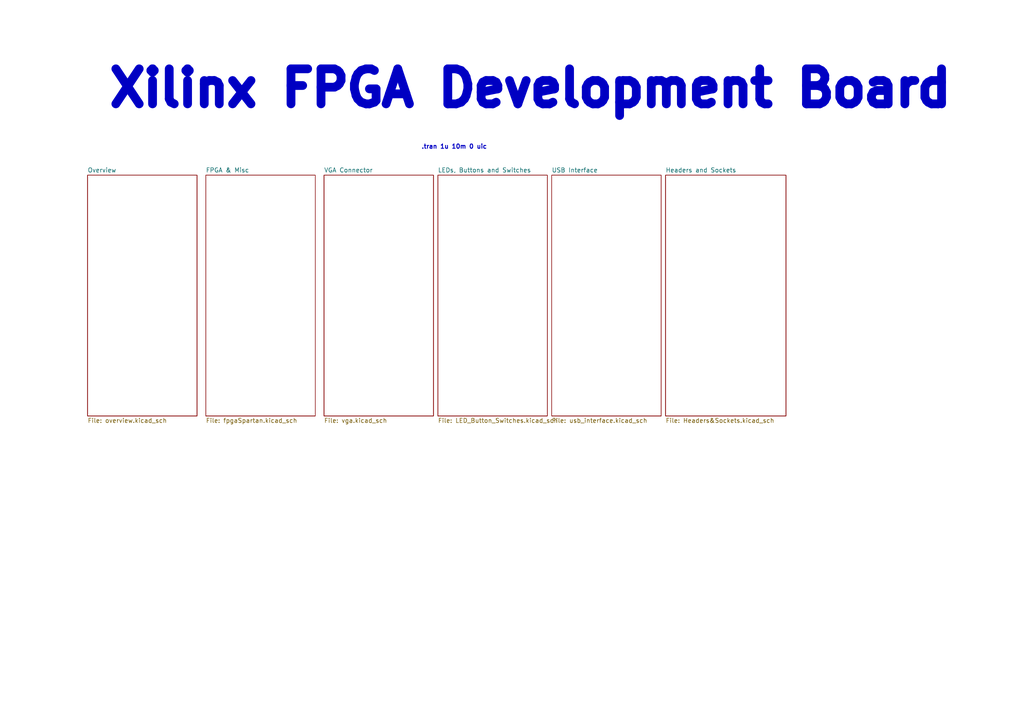
<source format=kicad_sch>
(kicad_sch (version 20230121) (generator eeschema)

  (uuid f6b73657-9d75-4843-8bea-bd4600fe883e)

  (paper "A4")

  (lib_symbols
  )


  (text ".tran 1u 10m 0 uic\n" (at 122.174 43.434 0)
    (effects (font (size 1.27 1.27) bold) (justify left bottom))
    (uuid 2d0170d3-af91-4ab4-ada4-9fd96a6a08f8)
  )
  (text "Xilinx FPGA Development Board" (at 30.48 31.75 0)
    (effects (font (size 10.16 10.16) (thickness 2.54) bold) (justify left bottom))
    (uuid ddba8772-60b6-4bfb-b86f-db5ab9dc013d)
  )

  (sheet (at 25.4 50.8) (size 31.75 69.85) (fields_autoplaced)
    (stroke (width 0.1524) (type solid))
    (fill (color 0 0 0 0.0000))
    (uuid 1dfea1a2-3b2e-4fc9-aa42-b125d94b9b1b)
    (property "Sheetname" "Overview" (at 25.4 50.0884 0)
      (effects (font (size 1.27 1.27)) (justify left bottom))
    )
    (property "Sheetfile" "overview.kicad_sch" (at 25.4 121.2346 0)
      (effects (font (size 1.27 1.27)) (justify left top))
    )
    (property "Field2" "" (at 25.4 50.8 0)
      (effects (font (size 1.27 1.27)) hide)
    )
    (instances
      (project "XilinxFPGADevelopmentBoard"
        (path "/f6b73657-9d75-4843-8bea-bd4600fe883e" (page "2"))
      )
    )
  )

  (sheet (at 160.02 50.8) (size 31.75 69.85) (fields_autoplaced)
    (stroke (width 0.1524) (type solid))
    (fill (color 0 0 0 0.0000))
    (uuid 3b28a495-dbe2-4bc3-9177-7e17fcef468f)
    (property "Sheetname" "USB Interface" (at 160.02 50.0884 0)
      (effects (font (size 1.27 1.27)) (justify left bottom))
    )
    (property "Sheetfile" "usb_interface.kicad_sch" (at 160.02 121.2346 0)
      (effects (font (size 1.27 1.27)) (justify left top))
    )
    (instances
      (project "XilinxFPGADevelopmentBoard"
        (path "/f6b73657-9d75-4843-8bea-bd4600fe883e" (page "6"))
      )
    )
  )

  (sheet (at 127 50.8) (size 31.75 69.85) (fields_autoplaced)
    (stroke (width 0.1524) (type solid))
    (fill (color 0 0 0 0.0000))
    (uuid 3f02c9e7-0d2c-491c-bf09-8e1e004875df)
    (property "Sheetname" "LEDs, Buttons and Switches" (at 127 50.0884 0)
      (effects (font (size 1.27 1.27)) (justify left bottom))
    )
    (property "Sheetfile" "LED_Button_Switches.kicad_sch" (at 127 121.2346 0)
      (effects (font (size 1.27 1.27)) (justify left top))
    )
    (property "Field2" "" (at 127 50.8 0)
      (effects (font (size 1.27 1.27)) hide)
    )
    (instances
      (project "XilinxFPGADevelopmentBoard"
        (path "/f6b73657-9d75-4843-8bea-bd4600fe883e" (page "5"))
      )
    )
  )

  (sheet (at 59.69 50.8) (size 31.75 69.85) (fields_autoplaced)
    (stroke (width 0.1524) (type solid))
    (fill (color 0 0 0 0.0000))
    (uuid 8683e395-e12a-455e-92cc-3b025ce2d521)
    (property "Sheetname" "FPGA & Misc" (at 59.69 50.0884 0)
      (effects (font (size 1.27 1.27)) (justify left bottom))
    )
    (property "Sheetfile" "fpgaSpartan.kicad_sch" (at 59.69 121.2346 0)
      (effects (font (size 1.27 1.27)) (justify left top))
    )
    (instances
      (project "XilinxFPGADevelopmentBoard"
        (path "/f6b73657-9d75-4843-8bea-bd4600fe883e" (page "3"))
      )
    )
  )

  (sheet (at 93.98 50.8) (size 31.75 69.85) (fields_autoplaced)
    (stroke (width 0.1524) (type solid))
    (fill (color 0 0 0 0.0000))
    (uuid 97b1f4b6-f0d1-49ea-9c48-12d1bc238deb)
    (property "Sheetname" "VGA Connector" (at 93.98 50.0884 0)
      (effects (font (size 1.27 1.27)) (justify left bottom))
    )
    (property "Sheetfile" "vga.kicad_sch" (at 93.98 121.2346 0)
      (effects (font (size 1.27 1.27)) (justify left top))
    )
    (property "Field2" "" (at 93.98 50.8 0)
      (effects (font (size 1.27 1.27)) hide)
    )
    (instances
      (project "XilinxFPGADevelopmentBoard"
        (path "/f6b73657-9d75-4843-8bea-bd4600fe883e" (page "4"))
      )
    )
  )

  (sheet (at 193.04 50.8) (size 34.925 69.85) (fields_autoplaced)
    (stroke (width 0.1524) (type solid))
    (fill (color 0 0 0 0.0000))
    (uuid b5bd940d-0639-4aa2-a148-a3ae35c65ee8)
    (property "Sheetname" "Headers and Sockets" (at 193.04 50.0884 0)
      (effects (font (size 1.27 1.27)) (justify left bottom))
    )
    (property "Sheetfile" "Headers&Sockets.kicad_sch" (at 193.04 121.2346 0)
      (effects (font (size 1.27 1.27)) (justify left top))
    )
    (property "Field2" "" (at 193.04 50.8 0)
      (effects (font (size 1.27 1.27)) hide)
    )
    (instances
      (project "XilinxFPGADevelopmentBoard"
        (path "/f6b73657-9d75-4843-8bea-bd4600fe883e" (page "7"))
      )
    )
  )

  (sheet_instances
    (path "/" (page "1"))
  )
)

</source>
